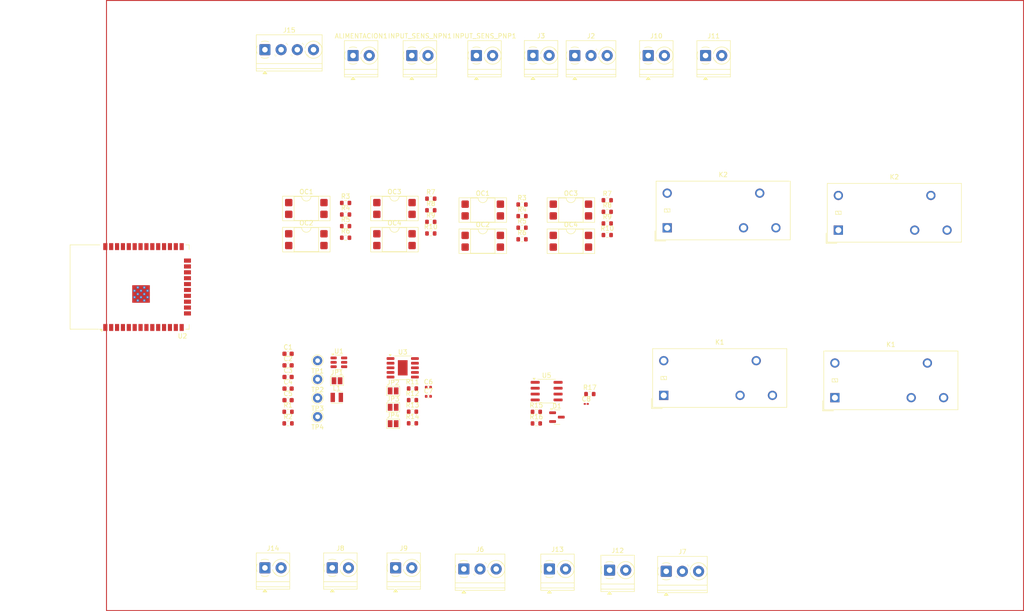
<source format=kicad_pcb>
(kicad_pcb (version 20241229) (generator "pcbnew") (generator_version "9.0")
  (layers (0 "F.Cu" signal) (2 "B.Cu" signal) (13 "F.Paste" user) (15 "B.Paste" user) (5 "F.SilkS" user "F.Silkscreen") (7 "B.SilkS" user "B.Silkscreen") (1 "F.Mask" user) (3 "B.Mask" user) (25 "Edge.Cuts" user))
  (net 0 "")
  (net 1 "/RUN")
  (net 2 "/BOARD/COS")
  (net 3 "/BOARD/STOP")
  (net 4 "GND")
  (net 5 "/RELAY1 NA")
  (net 6 "/RELAY1 NC")
  (net 7 "/RELAY1 COS")
  (net 8 "/RS-485 A")
  (net 9 "/RS-485 B")
  (net 10 "/RELAY2 NA")
  (net 11 "/RELAY2 COS")
  (net 12 "/RELAY2 NC")
  (net 13 "VCC")
  (net 14 "/BOARD/E-NPN 0")
  (net 15 "/BOARD/E-NPN 1")
  (net 16 "/BOARD/E-PNP 1")
  (net 17 "/BOARD/E-PNP 0")
  (net 18 "/BOARD/E-0-32V")
  (net 19 "/S-4-20mA analog")
  (net 20 "/BOARD/S-NPN 1")
  (net 21 "/BOARD/S-NPN 0")
  (net 22 "/BOARD/S-PNP 0")
  (net 23 "/BOARD/S-PNP 1")
  (net 24 "/BOARD/E-0-10V")
  (net 25 "/E-4-20mA analog")
  (net 26 "/BOARD/S-0-10V")
  (net 27 "/BOARD/S-0-32V")
  (net 28 "Net-(JP3-B)")
  (net 29 "Net-(U3-V5V)")
  (net 30 "Net-(JP2-B)")
  (net 31 "Net-(U3-SET)")
  (net 32 "+3.3V")
  (net 33 "Net-(OC4-Pad1)")
  (net 34 "Net-(OC3-Pad1)")
  (net 35 "Net-(U1-FB)")
  (net 36 "Net-(JP1-B)")
  (net 37 "Net-(OC2-Pad1)")
  (net 38 "Net-(OC1-Pad1)")
  (net 39 "Net-(JP4-B)")
  (net 40 "/BOARD/RS485/RS-485 A")
  (net 41 "/BOARD/RS485/RS-485 B")
  (net 42 "/BOARD/RELAY/RELAY2 NA")
  (net 43 "/BOARD/RELAY/ACT_RELAY2")
  (net 44 "/BOARD/RELAY/RELAY2 NC")
  (net 45 "/BOARD/RELAY/RELAY2 COS")
  (net 46 "/BOARD/RELAY/RELAY1 NC")
  (net 47 "/BOARD/RELAY/RELAY1 NA")
  (net 48 "/BOARD/RELAY/ACT_RELAY1")
  (net 49 "/BOARD/RELAY/RELAY1 COS")
  (net 72 "+5V")
  (net 85 "Net-(U1-BST)")
  (net 86 "Net-(U1-SW)")
  (net 90 "/BOARD/RS485/UART_TX")
  (net 91 "/BOARD/RS485/UART_RX")
  (net 92 "/BOARD/RS485/~{TX}{slash}RX")
  (footprint "TerminalBlock_Phoenix:TerminalBlock_Phoenix_PT-1,5-2-3.5-H_1x02_P3.50mm_Horizontal" (layer "F.Cu") (at 193.75 204.5)
    (property "Reference" "J13" (at 1.75 -4.22 0) (layer "F.SilkS"))
    (property "Value" "salida 0-32")
    (pad "1" thru_hole roundrect (at 0 0) (size 2.4 2.4) (drill 1.2) (layers "*.Cu" "*.Mask") (roundrect_rratio 0.104167) (net 27 "/BOARD/S-0-32V"))
    (pad "2" thru_hole circle (at 3.5 0) (size 2.4 2.4) (drill 1.2) (layers "*.Cu" "*.Mask") (net 4 "GND"))
  )
  (footprint "Package_DIP:DIP-4_W7.62mm_SMDSocket_SmallPads" (layer "F.Cu") (at 141.2 126.5)
    (property "Reference" "OC1" (at 0 -3.6 0) (layer "F.SilkS"))
    (property "Value" "PC817")
    (pad "1" smd roundrect (at -3.81 -1.27) (size 1.6 1.6) (layers "F.Cu" "F.Mask" "F.Paste") (roundrect_rratio 0.15625) (net 38 "Net-(OC1-Pad1)"))
    (pad "2" smd roundrect (at -3.81 1.27) (size 1.6 1.6) (layers "F.Cu" "F.Mask" "F.Paste") (roundrect_rratio 0.15625) (net 4 "GND"))
    (pad "3" smd roundrect (at 3.81 1.27) (size 1.6 1.6) (layers "F.Cu" "F.Mask" "F.Paste") (roundrect_rratio 0.15625) (net 4 "GND"))
    (pad "4" smd roundrect (at 3.81 -1.27) (size 1.6 1.6) (layers "F.Cu" "F.Mask" "F.Paste") (roundrect_rratio 0.15625) (net 21 "/BOARD/S-NPN 0"))
  )
  (footprint "Resistor_SMD:R_0603_1608Metric" (layer "F.Cu") (at 206.25 127.23)
    (property "Reference" "R8" (at 0 -1.43 0) (layer "F.SilkS"))
    (property "Value" "1K")
    (pad "1" smd roundrect (at -0.825 0) (size 0.8 0.95) (layers "F.Cu" "F.Mask" "F.Paste") (net 16 "/BOARD/E-PNP 1"))
    (pad "2" smd roundrect (at 0.825 0) (size 0.8 0.95) (layers "F.Cu" "F.Mask" "F.Paste") (net 33 "Net-(OC4-Pad1)"))
  )
  (footprint "Capacitor_SMD:C_0603_1608Metric" (layer "F.Cu") (at 137.2525 167.98)
    (property "Reference" "C5" (at 0 -1.43 0) (layer "F.SilkS"))
    (property "Value" "22uF")
    (pad "1" smd roundrect (at -0.775 0) (size 0.9 0.95) (layers "F.Cu" "F.Mask" "F.Paste") (net 4 "GND"))
    (pad "2" smd roundrect (at 0.775 0) (size 0.9 0.95) (layers "F.Cu" "F.Mask" "F.Paste") (net 36 "Net-(JP1-B)"))
  )
  (footprint "Resistor_SMD:R_0603_1608Metric" (layer "F.Cu") (at 164.1475 167.96)
    (property "Reference" "R12" (at 0 -1.43 0) (layer "F.SilkS"))
    (property "Value" "10k")
    (pad "1" smd roundrect (at -0.825 0) (size 0.8 0.95) (layers "F.Cu" "F.Mask" "F.Paste") (net 29 "Net-(U3-V5V)"))
    (pad "2" smd roundrect (at 0.825 0) (size 0.8 0.95) (layers "F.Cu" "F.Mask" "F.Paste") (net 28 "Net-(JP3-B)"))
  )
  (footprint "Resistor_SMD:R_0603_1608Metric" (layer "F.Cu") (at 164.1475 170.47)
    (property "Reference" "R13" (at 0 -1.43 0) (layer "F.SilkS"))
    (property "Value" "10k")
    (pad "1" smd roundrect (at -0.825 0) (size 0.8 0.95) (layers "F.Cu" "F.Mask" "F.Paste") (net 29 "Net-(U3-V5V)"))
    (pad "2" smd roundrect (at 0.825 0) (size 0.8 0.95) (layers "F.Cu" "F.Mask" "F.Paste") (net 39 "Net-(JP4-B)"))
  )
  (footprint "Resistor_SMD:R_0603_1608Metric" (layer "F.Cu") (at 164.1475 165.45)
    (property "Reference" "R11" (at 0 -1.43 0) (layer "F.SilkS"))
    (property "Value" "10k")
    (pad "1" smd roundrect (at -0.825 0) (size 0.8 0.95) (layers "F.Cu" "F.Mask" "F.Paste") (net 29 "Net-(U3-V5V)"))
    (pad "2" smd roundrect (at 0.825 0) (size 0.8 0.95) (layers "F.Cu" "F.Mask" "F.Paste") (net 30 "Net-(JP2-B)"))
  )
  (footprint "Resistor_SMD:R_0603_1608Metric" (layer "F.Cu") (at 187.83 125.645)
    (property "Reference" "R3" (at 0 -1.43 0) (layer "F.SilkS"))
    (property "Value" "1K")
    (pad "1" smd roundrect (at -0.825 0) (size 0.8 0.95) (layers "F.Cu" "F.Mask" "F.Paste") (net 14 "/BOARD/E-NPN 0"))
    (pad "2" smd roundrect (at 0.825 0) (size 0.8 0.95) (layers "F.Cu" "F.Mask" "F.Paste") (net 38 "Net-(OC1-Pad1)"))
  )
  (footprint "Resistor_SMD:R_0603_1608Metric" (layer "F.Cu") (at 149.69 130.325)
    (property "Reference" "R5" (at 0 -1.43 0) (layer "F.SilkS"))
    (property "Value" "550")
    (pad "1" smd roundrect (at -0.825 0) (size 0.8 0.95) (layers "F.Cu" "F.Mask" "F.Paste") (net 21 "/BOARD/S-NPN 0"))
    (pad "2" smd roundrect (at 0.825 0) (size 0.8 0.95) (layers "F.Cu" "F.Mask" "F.Paste") (net 32 "+3.3V"))
  )
  (footprint "Capacitor_SMD:C_0201_0603Metric" (layer "F.Cu") (at 201.7125 168.785)
    (property "Reference" "C8" (at 0 -1.05 0) (layer "F.SilkS"))
    (property "Value" "100nF")
    (pad "1" smd roundrect (at -0.32 0) (size 0.46 0.4) (layers "F.Cu" "F.Mask") (net 4 "GND"))
    (pad "2" smd roundrect (at 0.32 0) (size 0.46 0.4) (layers "F.Cu" "F.Mask") (net 32 "+3.3V"))
  )
  (footprint "Resistor_SMD:R_0603_1608Metric" (layer "F.Cu") (at 137.2525 173)
    (property "Reference" "R2" (at 0 -1.43 0) (layer "F.SilkS"))
    (property "Value" "22k")
    (pad "1" smd roundrect (at -0.825 0) (size 0.8 0.95) (layers "F.Cu" "F.Mask" "F.Paste") (net 4 "GND"))
    (pad "2" smd roundrect (at 0.825 0) (size 0.8 0.95) (layers "F.Cu" "F.Mask" "F.Paste") (net 35 "Net-(U1-FB)"))
  )
  (footprint "Jumper:SolderJumper-2_P1.3mm_Open_Pad1.0x1.5mm" (layer "F.Cu") (at 147.8375 163.785)
    (property "Reference" "JP1" (at 0 -1.8 0) (layer "F.SilkS"))
    (property "Value" "SolderJumper_2_Open")
    (pad "1" smd rect (at -0.65 0) (size 1 1.5) (layers "F.Cu" "F.Mask") (net 32 "+3.3V"))
    (pad "2" smd rect (at 0.65 0) (size 1 1.5) (layers "F.Cu" "F.Mask") (net 36 "Net-(JP1-B)"))
  )
  (footprint "Capacitor_SMD:C_0603_1608Metric" (layer "F.Cu") (at 137.2525 165.47)
    (property "Reference" "C4" (at 0 -1.43 0) (layer "F.SilkS"))
    (property "Value" "22uF")
    (pad "1" smd roundrect (at -0.775 0) (size 0.9 0.95) (layers "F.Cu" "F.Mask" "F.Paste") (net 4 "GND"))
    (pad "2" smd roundrect (at 0.775 0) (size 0.9 0.95) (layers "F.Cu" "F.Mask" "F.Paste") (net 36 "Net-(JP1-B)"))
  )
  (footprint "Resistor_SMD:R_0603_1608Metric" (layer "F.Cu") (at 206.25 129.74)
    (property "Reference" "R9" (at 0 -1.43 0) (layer "F.SilkS"))
    (property "Value" "550")
    (pad "1" smd roundrect (at -0.825 0) (size 0.8 0.95) (layers "F.Cu" "F.Mask" "F.Paste") (net 22 "/BOARD/S-PNP 0"))
    (pad "2" smd roundrect (at 0.825 0) (size 0.8 0.95) (layers "F.Cu" "F.Mask" "F.Paste") (net 32 "+3.3V"))
  )
  (footprint "TerminalBlock_Phoenix:TerminalBlock_Phoenix_PT-1,5-3-3.5-H_1x03_P3.50mm_Horizontal" (layer "F.Cu") (at 219 205)
    (property "Reference" "J7" (at 3.5 -4.22 0) (layer "F.SilkS"))
    (property "Value" "relay1 out")
    (pad "1" thru_hole roundrect (at 0 0) (size 2.4 2.4) (drill 1.2) (layers "*.Cu" "*.Mask") (roundrect_rratio 0.104167) (net 6 "/RELAY1 NC"))
    (pad "2" thru_hole circle (at 3.5 0) (size 2.4 2.4) (drill 1.2) (layers "*.Cu" "*.Mask") (net 7 "/RELAY1 COS"))
    (pad "3" thru_hole circle (at 7 0) (size 2.4 2.4) (drill 1.2) (layers "*.Cu" "*.Mask") (net 5 "/RELAY1 NA"))
  )
  (footprint "Resistor_SMD:R_0603_1608Metric" (layer "F.Cu") (at 190.925 173.01)
    (property "Reference" "R16" (at 0 -1.43 0) (layer "F.SilkS"))
    (property "Value" "10K")
    (pad "1" smd roundrect (at -0.825 0) (size 0.8 0.95) (layers "F.Cu" "F.Mask" "F.Paste") (net 41 "/BOARD/RS485/RS-485 B"))
    (pad "2" smd roundrect (at 0.825 0) (size 0.8 0.95) (layers "F.Cu" "F.Mask" "F.Paste") (net 40 "/BOARD/RS485/RS-485 A"))
  )
  (footprint "Resistor_SMD:R_0603_1608Metric" (layer "F.Cu") (at 187.83 128.155)
    (property "Reference" "R4" (at 0 -1.43 0) (layer "F.SilkS"))
    (property "Value" "1K")
    (pad "1" smd roundrect (at -0.825 0) (size 0.8 0.95) (layers "F.Cu" "F.Mask" "F.Paste") (net 15 "/BOARD/E-NPN 1"))
    (pad "2" smd roundrect (at 0.825 0) (size 0.8 0.95) (layers "F.Cu" "F.Mask" "F.Paste") (net 37 "Net-(OC2-Pad1)"))
  )
  (footprint "Relay_THT:Relay_SPDT_Omron_G2RL-1" (layer "F.Cu") (at 256.2125 131.1875 90)
    (property "Reference" "K2" (at 11.5 12.1 0) (layer "F.SilkS"))
    (property "Value" "G2RL-1")
    (pad "11" thru_hole circle (at 7.5 20 90) (size 2 2) (drill 1.3) (layers "*.Cu" "*.Mask") (net 45 "/BOARD/RELAY/RELAY2 COS"))
    (pad "12" thru_hole circle (at 0 16.5 90) (size 2 2) (drill 1.3) (layers "*.Cu" "*.Mask") (net 44 "/BOARD/RELAY/RELAY2 NC"))
    (pad "14" thru_hole circle (at 0 23.5 90) (size 2 2) (drill 1.3) (layers "*.Cu" "*.Mask") (net 42 "/BOARD/RELAY/RELAY2 NA"))
    (pad "A1" thru_hole rect (at 0 0 90) (size 2 2) (drill 1.3) (layers "*.Cu" "*.Mask") (net 13 "VCC"))
    (pad "A2" thru_hole circle (at 7.5 0 90) (size 2 2) (drill 1.3) (layers "*.Cu" "*.Mask") (net 43 "/BOARD/RELAY/ACT_RELAY2"))
  )
  (footprint "Connector_Pin:Pin_D1.0mm_L10.0mm" (layer "F.Cu") (at 143.6375 167.515)
    (property "Reference" "TP3" (at 0 2.25 0) (layer "F.SilkS"))
    (property "Value" "TestPoint")
    (pad "1" thru_hole circle (at 0 0) (size 2 2) (drill 1) (layers "*.Cu" "*.Mask") (net 13 "VCC"))
  )
  (footprint "TerminalBlock_Phoenix:TerminalBlock_Phoenix_PT-1,5-2-3.5-H_1x02_P3.50mm_Horizontal" (layer "F.Cu") (at 160.5 204.25)
    (property "Reference" "J9" (at 1.75 -4.22 0) (layer "F.SilkS"))
    (property "Value" "Salida pnp")
    (pad "1" thru_hole roundrect (at 0 0) (size 2.4 2.4) (drill 1.2) (layers "*.Cu" "*.Mask") (roundrect_rratio 0.104167) (net 22 "/BOARD/S-PNP 0"))
    (pad "2" thru_hole circle (at 3.5 0) (size 2.4 2.4) (drill 1.2) (layers "*.Cu" "*.Mask") (net 23 "/BOARD/S-PNP 1"))
  )
  (footprint "TerminalBlock_Phoenix:TerminalBlock_Phoenix_PT-1,5-2-3.5-H_1x02_P3.50mm_Horizontal" (layer "F.Cu") (at 227.5 93.4175)
    (property "Reference" "J11" (at 1.75 -4.22 0) (layer "F.SilkS"))
    (property "Value" "4-20mA")
    (pad "1" thru_hole roundrect (at 0 0) (size 2.4 2.4) (drill 1.2) (layers "*.Cu" "*.Mask") (roundrect_rratio 0.104167) (net 25 "/E-4-20mA analog"))
    (pad "2" thru_hole circle (at 3.5 0) (size 2.4 2.4) (drill 1.2) (layers "*.Cu" "*.Mask") (net 4 "GND"))
  )
  (footprint "Package_TO_SOT_SMD:TSOT-23-6" (layer "F.Cu") (at 148.2375 159.79)
    (property "Reference" "U1" (at 0 -2.4 0) (layer "F.SilkS"))
    (property "Value" "AP63203WU")
    (pad "1" smd roundrect (at -1.1375 -0.95) (size 1.325 0.6) (layers "F.Cu" "F.Mask" "F.Paste") (net 35 "Net-(U1-FB)"))
    (pad "2" smd roundrect (at -1.1375 0) (size 1.325 0.6) (layers "F.Cu" "F.Mask" "F.Paste") (net 13 "VCC"))
    (pad "3" smd roundrect (at -1.1375 0.95) (size 1.325 0.6) (layers "F.Cu" "F.Mask" "F.Paste") (net 13 "VCC"))
    (pad "4" smd roundrect (at 1.1375 0.95) (size 1.325 0.6) (layers "F.Cu" "F.Mask" "F.Paste") (net 4 "GND"))
    (pad "5" smd roundrect (at 1.1375 0) (size 1.325 0.6) (layers "F.Cu" "F.Mask" "F.Paste") (net 86 "Net-(U1-SW)"))
    (pad "6" smd roundrect (at 1.1375 -0.95) (size 1.325 0.6) (layers "F.Cu" "F.Mask" "F.Paste") (net 85 "Net-(U1-BST)"))
  )
  (footprint "Resistor_SMD:R_0603_1608Metric" (layer "F.Cu") (at 168.11 126.89)
    (property "Reference" "R8" (at 0 -1.43 0) (layer "F.SilkS"))
    (property "Value" "1K")
    (pad "1" smd roundrect (at -0.825 0) (size 0.8 0.95) (layers "F.Cu" "F.Mask" "F.Paste") (net 16 "/BOARD/E-PNP 1"))
    (pad "2" smd roundrect (at 0.825 0) (size 0.8 0.95) (layers "F.Cu" "F.Mask" "F.Paste") (net 33 "Net-(OC4-Pad1)"))
  )
  (footprint "Package_DIP:DIP-4_W7.62mm_SMDSocket_SmallPads" (layer "F.Cu") (at 198.39 126.84)
    (property "Reference" "OC3" (at 0 -3.6 0) (layer "F.SilkS"))
    (property "Value" "PC817")
    (pad "1" smd roundrect (at -3.81 -1.27) (size 1.6 1.6) (layers "F.Cu" "F.Mask" "F.Paste") (roundrect_rratio 0.15625) (net 34 "Net-(OC3-Pad1)"))
    (pad "2" smd roundrect (at -3.81 1.27) (size 1.6 1.6) (layers "F.Cu" "F.Mask" "F.Paste") (roundrect_rratio 0.15625) (net 4 "GND"))
    (pad "3" smd roundrect (at 3.81 1.27) (size 1.6 1.6) (layers "F.Cu" "F.Mask" "F.Paste") (roundrect_rratio 0.15625) (net 4 "GND"))
    (pad "4" smd roundrect (at 3.81 -1.27) (size 1.6 1.6) (layers "F.Cu" "F.Mask" "F.Paste") (roundrect_rratio 0.15625) (net 22 "/BOARD/S-PNP 0"))
  )
  (footprint "Resistor_SMD:R_0603_1608Metric" (layer "F.Cu") (at 149.69 132.835)
    (property "Reference" "R6" (at 0 -1.43 0) (layer "F.SilkS"))
    (property "Value" "550")
    (pad "1" smd roundrect (at -0.825 0) (size 0.8 0.95) (layers "F.Cu" "F.Mask" "F.Paste") (net 20 "/BOARD/S-NPN 1"))
    (pad "2" smd roundrect (at 0.825 0) (size 0.8 0.95) (layers "F.Cu" "F.Mask" "F.Paste") (net 32 "+3.3V"))
  )
  (footprint "TerminalBlock_Phoenix:TerminalBlock_Phoenix_PT-1,5-2-3.5-H_1x02_P3.50mm_Horizontal" (layer "F.Cu") (at 132.25 204.25)
    (property "Reference" "J14" (at 1.75 -4.22 0) (layer "F.SilkS"))
    (property "Value" "salida 4-20mA")
    (pad "1" thru_hole roundrect (at 0 0) (size 2.4 2.4) (drill 1.2) (layers "*.Cu" "*.Mask") (roundrect_rratio 0.104167) (net 19 "/S-4-20mA analog"))
    (pad "2" thru_hole circle (at 3.5 0) (size 2.4 2.4) (drill 1.2) (layers "*.Cu" "*.Mask") (net 4 "GND"))
  )
  (footprint "Package_SO:SOIC-8_3.9x4.9mm_P1.27mm" (layer "F.Cu") (at 193.145 166.02)
    (property "Reference" "U5" (at 0 -3.4 0) (layer "F.SilkS"))
    (property "Value" "SP3485EN")
    (pad "1" smd roundrect (at -2.475 -1.905) (size 1.95 0.6) (layers "F.Cu" "F.Mask" "F.Paste") (net 91 "/BOARD/RS485/UART_RX"))
    (pad "2" smd roundrect (at -2.475 -0.635) (size 1.95 0.6) (layers "F.Cu" "F.Mask" "F.Paste") (net 92 "/BOARD/RS485/~{TX}{slash}RX"))
    (pad "3" smd roundrect (at -2.475 0.635) (size 1.95 0.6) (layers "F.Cu" "F.Mask" "F.Paste") (net 92 "/BOARD/RS485/~{TX}{slash}RX"))
    (pad "4" smd roundrect (at -2.475 1.905) (size 1.95 0.6) (layers "F.Cu" "F.Mask" "F.Paste") (net 90 "/BOARD/RS485/UART_TX"))
    (pad "5" smd roundrect (at 2.475 1.905) (size 1.95 0.6) (layers "F.Cu" "F.Mask" "F.Paste") (net 4 "GND"))
    (pad "6" smd roundrect (at 2.475 0.635) (size 1.95 0.6) (layers "F.Cu" "F.Mask" "F.Paste") (net 40 "/BOARD/RS485/RS-485 A"))
    (pad "7" smd roundrect (at 2.475 -0.635) (size 1.95 0.6) (layers "F.Cu" "F.Mask" "F.Paste") (net 41 "/BOARD/RS485/RS-485 B"))
    (pad "8" smd roundrect (at 2.475 -1.905) (size 1.95 0.6) (layers "F.Cu" "F.Mask" "F.Paste") (net 32 "+3.3V"))
  )
  (footprint "TerminalBlock_Phoenix:TerminalBlock_Phoenix_PT-1,5-2-3.5-H_1x02_P3.50mm_Horizontal" (layer "F.Cu") (at 215.11 93.4175)
    (property "Reference" "J10" (at 1.75 -4.22 0) (layer "F.SilkS"))
    (property "Value" "ENTRADA 0-32")
    (pad "1" thru_hole roundrect (at 0 0) (size 2.4 2.4) (drill 1.2) (layers "*.Cu" "*.Mask") (roundrect_rratio 0.104167) (net 24 "/BOARD/E-0-10V"))
    (pad "2" thru_hole circle (at 3.5 0) (size 2.4 2.4) (drill 1.2) (layers "*.Cu" "*.Mask") (net 4 "GND"))
  )
  (footprint "Package_DIP:DIP-4_W7.62mm_SMDSocket_SmallPads" (layer "F.Cu") (at 160.25 126.5)
    (property "Reference" "OC3" (at 0 -3.6 0) (layer "F.SilkS"))
    (property "Value" "PC817")
    (pad "1" smd roundrect (at -3.81 -1.27) (size 1.6 1.6) (layers "F.Cu" "F.Mask" "F.Paste") (roundrect_rratio 0.15625) (net 34 "Net-(OC3-Pad1)"))
    (pad "2" smd roundrect (at -3.81 1.27) (size 1.6 1.6) (layers "F.Cu" "F.Mask" "F.Paste") (roundrect_rratio 0.15625) (net 4 "GND"))
    (pad "3" smd roundrect (at 3.81 1.27) (size 1.6 1.6) (layers "F.Cu" "F.Mask" "F.Paste") (roundrect_rratio 0.15625) (net 4 "GND"))
    (pad "4" smd roundrect (at 3.81 -1.27) (size 1.6 1.6) (layers "F.Cu" "F.Mask" "F.Paste") (roundrect_rratio 0.15625) (net 22 "/BOARD/S-PNP 0"))
  )
  (footprint "TerminalBlock_Phoenix:TerminalBlock_Phoenix_PT-1,5-2-3.5-H_1x02_P3.50mm_Horizontal" (layer "F.Cu") (at 177.97 93.4175)
    (property "Reference" "INPUT_SENS_PNP1" (at 1.75 -4.22 0) (layer "F.SilkS"))
    (property "Value" "~")
    (pad "1" thru_hole roundrect (at 0 0) (size 2.4 2.4) (drill 1.2) (layers "*.Cu" "*.Mask") (roundrect_rratio 0.104167) (net 17 "/BOARD/E-PNP 0"))
    (pad "2" thru_hole circle (at 3.5 0) (size 2.4 2.4) (drill 1.2) (layers "*.Cu" "*.Mask") (net 16 "/BOARD/E-PNP 1"))
  )
  (footprint "Package_DIP:DIP-4_W7.62mm_SMDSocket_SmallPads" (layer "F.Cu") (at 198.39 133.59)
    (property "Reference" "OC4" (at 0 -3.6 0) (layer "F.SilkS"))
    (property "Value" "PC817")
    (pad "1" smd roundrect (at -3.81 -1.27) (size 1.6 1.6) (layers "F.Cu" "F.Mask" "F.Paste") (roundrect_rratio 0.15625) (net 33 "Net-(OC4-Pad1)"))
    (pad "2" smd roundrect (at -3.81 1.27) (size 1.6 1.6) (layers "F.Cu" "F.Mask" "F.Paste") (roundrect_rratio 0.15625) (net 4 "GND"))
    (pad "3" smd roundrect (at 3.81 1.27) (size 1.6 1.6) (layers "F.Cu" "F.Mask" "F.Paste") (roundrect_rratio 0.15625) (net 4 "GND"))
    (pad "4" smd roundrect (at 3.81 -1.27) (size 1.6 1.6) (layers "F.Cu" "F.Mask" "F.Paste") (roundrect_rratio 0.15625) (net 23 "/BOARD/S-PNP 1"))
  )
  (footprint "Resistor_SMD:R_0603_1608Metric" (layer "F.Cu") (at 206.25 124.72)
    (property "Reference" "R7" (at 0 -1.43 0) (layer "F.SilkS"))
    (property "Value" "1K")
    (pad "1" smd roundrect (at -0.825 0) (size 0.8 0.95) (layers "F.Cu" "F.Mask" "F.Paste") (net 17 "/BOARD/E-PNP 0"))
    (pad "2" smd roundrect (at 0.825 0) (size 0.8 0.95) (layers "F.Cu" "F.Mask" "F.Paste") (net 34 "Net-(OC3-Pad1)"))
  )
  (footprint "Resistor_SMD:R_0603_1608Metric" (layer "F.Cu") (at 149.69 125.305)
    (property "Reference" "R3" (at 0 -1.43 0) (layer "F.SilkS"))
    (property "Value" "1K")
    (pad "1" smd roundrect (at -0.825 0) (size 0.8 0.95) (layers "F.Cu" "F.Mask" "F.Paste") (net 14 "/BOARD/E-NPN 0"))
    (pad "2" smd roundrect (at 0.825 0) (size 0.8 0.95) (layers "F.Cu" "F.Mask" "F.Paste") (net 38 "Net-(OC1-Pad1)"))
  )
  (footprint "Jumper:SolderJumper-2_P1.3mm_Open_Pad1.0x1.5mm" (layer "F.Cu") (at 159.9675 169.52)
    (property "Reference" "JP3" (at 0 -1.8 0) (layer "F.SilkS"))
    (property "Value" "SolderJumper_2_Open")
    (pad "1" smd rect (at -0.65 0) (size 1 1.5) (layers "F.Cu" "F.Mask") (net 4 "GND"))
    (pad "2" smd rect (at 0.65 0) (size 1 1.5) (layers "F.Cu" "F.Mask") (net 28 "Net-(JP3-B)"))
  )
  (footprint "Package_DIP:DIP-4_W7.62mm_SMDSocket_SmallPads" (layer "F.Cu") (at 141.2 133.25)
    (property "Reference" "OC2" (at 0 -3.6 0) (layer "F.SilkS"))
    (property "Value" "PC817")
    (pad "1" smd roundrect (at -3.81 -1.27) (size 1.6 1.6) (layers "F.Cu" "F.Mask" "F.Paste") (roundrect_rratio 0.15625) (net 37 "Net-(OC2-Pad1)"))
    (pad "2" smd roundrect (at -3.81 1.27) (size 1.6 1.6) (layers "F.Cu" "F.Mask" "F.Paste") (roundrect_rratio 0.15625) (net 4 "GND"))
    (pad "3" smd roundrect (at 3.81 1.27) (size 1.6 1.6) (layers "F.Cu" "F.Mask" "F.Paste") (roundrect_rratio 0.15625) (net 4 "GND"))
    (pad "4" smd roundrect (at 3.81 -1.27) (size 1.6 1.6) (layers "F.Cu" "F.Mask" "F.Paste") (roundrect_rratio 0.15625) (net 20 "/BOARD/S-NPN 1"))
  )
  (footprint "TerminalBlock_Phoenix:TerminalBlock_Phoenix_PT-1,5-2-3.5-H_1x02_P3.50mm_Horizontal" (layer "F.Cu") (at 190.19 93.3925)
    (property "Reference" "J3" (at 1.75 -4.22 0) (layer "F.SilkS"))
    (property "Value" "ENTRADA 0-32")
    (pad "1" thru_hole roundrect (at 0 0) (size 2.4 2.4) (drill 1.2) (layers "*.Cu" "*.Mask") (roundrect_rratio 0.104167) (net 18 "/BOARD/E-0-32V"))
    (pad "2" thru_hole circle (at 3.5 0) (size 2.4 2.4) (drill 1.2) (layers "*.Cu" "*.Mask") (net 4 "GND"))
  )
  (footprint "TerminalBlock_Phoenix:TerminalBlock_Phoenix_PT-1,5-3-3.5-H_1x03_P3.50mm_Horizontal" (layer "F.Cu") (at 199.24 93.4175)
    (property "Reference" "J2" (at 3.5 -4.22 0) (layer "F.SilkS"))
    (property "Value" "RS485")
    (pad "1" thru_hole roundrect (at 0 0) (size 2.4 2.4) (drill 1.2) (layers "*.Cu" "*.Mask") (roundrect_rratio 0.104167) (net 8 "/RS-485 A"))
    (pad "2" thru_hole circle (at 3.5 0) (size 2.4 2.4) (drill 1.2) (layers "*.Cu" "*.Mask") (net 9 "/RS-485 B"))
    (pad "3" thru_hole circle (at 7 0) (size 2.4 2.4) (drill 1.2) (layers "*.Cu" "*.Mask") (net 4 "GND"))
  )
  (footprint "TerminalBlock_Phoenix:TerminalBlock_Phoenix_PT-1,5-3-3.5-H_1x03_P3.50mm_Horizontal" (layer "F.Cu") (at 175.25 204.5)
    (property "Reference" "J6" (at 3.5 -4.22 0) (layer "F.SilkS"))
    (property "Value" "relay1 out")
    (pad "1" thru_hole roundrect (at 0 0) (size 2.4 2.4) (drill 1.2) (layers "*.Cu" "*.Mask") (roundrect_rratio 0.104167) (net 10 "/RELAY2 NA"))
    (pad "2" thru_hole circle (at 3.5 0) (size 2.4 2.4) (drill 1.2) (layers "*.Cu" "*.Mask") (net 11 "/RELAY2 COS"))
    (pad "3" thru_hole circle (at 7 0) (size 2.4 2.4) (drill 1.2) (layers "*.Cu" "*.Mask") (net 12 "/RELAY2 NC"))
  )
  (footprint "Resistor_SMD:R_0603_1608Metric" (layer "F.Cu") (at 164.1475 172.98)
    (property "Reference" "R14" (at 0 -1.43 0) (layer "F.SilkS"))
    (property "Value" "2.5k")
    (pad "1" smd roundrect (at -0.825 0) (size 0.8 0.95) (layers "F.Cu" "F.Mask" "F.Paste") (net 31 "Net-(U3-SET)"))
    (pad "2" smd roundrect (at 0.825 0) (size 0.8 0.95) (layers "F.Cu" "F.Mask" "F.Paste") (net 4 "GND"))
  )
  (footprint "Relay_THT:Relay_SPDT_Omron_G2RL-1" (layer "F.Cu") (at 218.4625 166.9375 90)
    (property "Reference" "K1" (at 11.5 12.1 0) (layer "F.SilkS"))
    (property "Value" "G2RL-1")
    (pad "11" thru_hole circle (at 7.5 20 90) (size 2 2) (drill 1.3) (layers "*.Cu" "*.Mask") (net 49 "/BOARD/RELAY/RELAY1 COS"))
    (pad "12" thru_hole circle (at 0 16.5 90) (size 2 2) (drill 1.3) (layers "*.Cu" "*.Mask") (net 46 "/BOARD/RELAY/RELAY1 NC"))
    (pad "14" thru_hole circle (at 0 23.5 90) (size 2 2) (drill 1.3) (layers "*.Cu" "*.Mask") (net 47 "/BOARD/RELAY/RELAY1 NA"))
    (pad "A1" thru_hole rect (at 0 0 90) (size 2 2) (drill 1.3) (layers "*.Cu" "*.Mask") (net 13 "VCC"))
    (pad "A2" thru_hole circle (at 7.5 0 90) (size 2 2) (drill 1.3) (layers "*.Cu" "*.Mask") (net 48 "/BOARD/RELAY/ACT_RELAY1"))
  )
  (footprint "Resistor_SMD:R_0603_1608Metric" (layer "F.Cu") (at 168.11 131.91)
    (property "Reference" "R10" (at 0 -1.43 0) (layer "F.SilkS"))
    (property "Value" "550")
    (pad "1" smd roundrect (at -0.825 0) (size 0.8 0.95) (layers "F.Cu" "F.Mask" "F.Paste") (net 23 "/BOARD/S-PNP 1"))
    (pad "2" smd roundrect (at 0.825 0) (size 0.8 0.95) (layers "F.Cu" "F.Mask" "F.Paste") (net 32 "+3.3V"))
  )
  (footprint "Capacitor_SMD:C_0603_1608Metric" (layer "F.Cu") (at 137.2525 162.96)
    (property "Reference" "C3" (at 0 -1.43 0) (layer "F.SilkS"))
    (property "Value" "10pF")
    (pad "1" smd roundrect (at -0.775 0) (size 0.9 0.95) (layers "F.Cu" "F.Mask" "F.Paste") (net 35 "Net-(U1-FB)"))
    (pad "2" smd roundrect (at 0.775 0) (size 0.9 0.95) (layers "F.Cu" "F.Mask" "F.Paste") (net 36 "Net-(JP1-B)"))
  )
  (footprint "Jumper:SolderJumper-2_P1.3mm_Open_Pad1.0x1.5mm" (layer "F.Cu") (at 159.9675 173.07)
    (property "Reference" "JP4" (at 0 -1.8 0) (layer "F.SilkS"))
    (property "Value" "SolderJumper_2_Open")
    (pad "1" smd rect (at -0.65 0) (size 1 1.5) (layers "F.Cu" "F.Mask") (net 4 "GND"))
    (pad "2" smd rect (at 0.65 0) (size 1 1.5) (layers "F.Cu" "F.Mask") (net 39 "Net-(JP4-B)"))
  )
  (footprint "Resistor_SMD:R_0603_1608Metric" (layer "F.Cu") (at 168.11 129.4)
    (property "Reference" "R9" (at 0 -1.43 0) (layer "F.SilkS"))
    (property "Value" "550")
    (pad "1" smd roundrect (at -0.825 0) (size 0.8 0.95) (layers "F.Cu" "F.Mask" "F.Paste") (net 22 "/BOARD/S-PNP 0"))
    (pad "2" smd roundrect (at 0.825 0) (size 0.8 0.95) (layers "F.Cu" "F.Mask" "F.Paste") (net 32 "+3.3V"))
  )
  (footprint "Capacitor_SMD:C_0603_1608Metric" (layer "F.Cu") (at 137.2525 160.45)
    (property "Reference" "C2" (at 0 -1.43 0) (layer "F.SilkS"))
    (property "Value" "100nF")
    (pad "1" smd roundrect (at -0.775 0) (size 0.9 0.95) (layers "F.Cu" "F.Mask" "F.Paste") (net 85 "Net-(U1-BST)"))
    (pad "2" smd roundrect (at 0.775 0) (size 0.9 0.95) (layers "F.Cu" "F.Mask" "F.Paste") (net 86 "Net-(U1-SW)"))
  )
  (footprint "TerminalBlock_Phoenix:TerminalBlock_Phoenix_PT-1,5-2-3.5-H_1x02_P3.50mm_Horizontal" (layer "F.Cu") (at 151.3 93.4175)
    (property "Reference" "ALIMENTACION1" (at 1.75 -4.22 0) (layer "F.SilkS"))
    (property "Value" "5-24V")
    (pad "1" thru_hole roundrect (at 0 0) (size 2.4 2.4) (drill 1.2) (layers "*.Cu" "*.Mask") (roundrect_rratio 0.104167) (net 13 "VCC"))
    (pad "2" thru_hole circle (at 3.5 0) (size 2.4 2.4) (drill 1.2) (layers "*.Cu" "*.Mask") (net 4 "GND"))
  )
  (footprint "Connector_Pin:Pin_D1.0mm_L10.0mm" (layer "F.Cu") (at 143.6375 159.415)
    (property "Reference" "TP1" (at 0 2.25 0) (layer "F.SilkS"))
    (property "Value" "TestPoint")
    (pad "1" thru_hole circle (at 0 0) (size 2 2) (drill 1) (layers "*.Cu" "*.Mask") (net 35 "Net-(U1-FB)"))
  )
  (footprint "Resistor_SMD:R_0603_1608Metric" (layer "F.Cu") (at 187.83 130.665)
    (property "Reference" "R5" (at 0 -1.43 0) (layer "F.SilkS"))
    (property "Value" "550")
    (pad "1" smd roundrect (at -0.825 0) (size 0.8 0.95) (layers "F.Cu" "F.Mask" "F.Paste") (net 21 "/BOARD/S-NPN 0"))
    (pad "2" smd roundrect (at 0.825 0) (size 0.8 0.95) (layers "F.Cu" "F.Mask" "F.Paste") (net 32 "+3.3V"))
  )
  (footprint "TerminalBlock_Phoenix:TerminalBlock_Phoenix_PT-1,5-2-3.5-H_1x02_P3.50mm_Horizontal" (layer "F.Cu") (at 164 93.4175)
    (property "Reference" "INPUT_SENS_NPN1" (at 1.75 -4.22 0) (layer "F.SilkS"))
    (property "Value" "~")
    (pad "1" thru_hole roundrect (at 0 0) (size 2.4 2.4) (drill 1.2) (layers "*.Cu" "*.Mask") (roundrect_rratio 0.104167) (net 14 "/BOARD/E-NPN 0"))
    (pad "2" thru_hole circle (at 3.5 0) (size 2.4 2.4) (drill 1.2) (layers "*.Cu" "*.Mask") (net 15 "/BOARD/E-NPN 1"))
  )
  (footprint "Connector_Pin:Pin_D1.0mm_L10.0mm" (layer "F.Cu") (at 143.6375 163.465)
    (property "Reference" "TP2" (at 0 2.25 0) (layer "F.SilkS"))
    (property "Value" "TestPoint")
    (pad "1" thru_hole circle (at 0 0) (size 2 2) (drill 1) (layers "*.Cu" "*.Mask") (net 36 "Net-(JP1-B)"))
  )
  (footprint "Relay_THT:Relay_SPDT_Omron_G2RL-1" (layer "F.Cu") (at 255.4625 167.4375 90)
    (property "Reference" "K1" (at 11.5 12.1 0) (layer "F.SilkS"))
    (property "Value" "G2RL-1")
    (pad "11" thru_hole circle (at 7.5 20 90) (size 2 2) (drill 1.3) (layers "*.Cu" "*.Mask") (net 49 "/BOARD/RELAY/RELAY1 COS"))
    (pad "12" thru_hole circle (at 0 16.5 90) (size 2 2) (drill 1.3) (layers "*.Cu" "*.Mask") (net 46 "/BOARD/RELAY/RELAY1 NC"))
    (pad "14" thru_hole circle (at 0 23.5 90) (size 2 2) (drill 1.3) (layers "*.Cu" "*.Mask") (net 47 "/BOARD/RELAY/RELAY1 NA"))
    (pad "A1" thru_hole rect (at 0 0 90) (size 2 2) (drill 1.3) (layers "*.Cu" "*.Mask") (net 13 "VCC"))
    (pad "A2" thru_hole circle (at 7.5 0 90) (size 2 2) (drill 1.3) (layers "*.Cu" "*.Mask") (net 48 "/BOARD/RELAY/ACT_RELAY1"))
  )
  (footprint "Package_DIP:DIP-4_W7.62mm_SMDSocket_SmallPads" (layer "F.Cu") (at 179.34 133.59)
    (property "Reference" "OC2" (at 0 -3.6 0) (layer "F.SilkS"))
    (property "Value" "PC817")
    (pad "1" smd roundrect (at -3.81 -1.27) (size 1.6 1.6) (layers "F.Cu" "F.Mask" "F.Paste") (roundrect_rratio 0.15625) (net 37 "Net-(OC2-Pad1)"))
    (pad "2" smd roundrect (at -3.81 1.27) (size 1.6 1.6) (layers "F.Cu" "F.Mask" "F.Paste") (roundrect_rratio 0.15625) (net 4 "GND"))
    (pad "3" smd roundrect (at 3.81 1.27) (size 1.6 1.6) (layers "F.Cu" "F.Mask" "F.Paste") (roundrect_rratio 0.15625) (net 4 "GND"))
    (pad "4" smd roundrect (at 3.81 -1.27) (size 1.6 1.6) (layers "F.Cu" "F.Mask" "F.Paste") (roundrect_rratio 0.15625) (net 20 "/BOARD/S-NPN 1"))
  )
  (footprint "TerminalBlock_Phoenix:TerminalBlock_Phoenix_PT-1,5-2-3.5-H_1x02_P3.50mm_Horizontal" (layer "F.Cu") (at 206.75 204.75)
    (property "Reference" "J12" (at 1.75 -4.22 0) (layer "F.SilkS"))
    (property "Value" "salida 0-10")
    (pad "1" thru_hole roundrect (at 0 0) (size 2.4 2.4) (drill 1.2) (layers "*.Cu" "*.Mask") (roundrect_rratio 0.104167) (net 26 "/BOARD/S-0-10V"))
    (pad "2" thru_hole circle (at 3.5 0) (size 2.4 2.4) (drill 1.2) (layers "*.Cu" "*.Mask") (net 4 "GND"))
  )
  (footprint "Capacitor_SMD:C_0603_1608Metric" (layer "F.Cu") (at 137.2525 157.94)
    (property "Reference" "C1" (at 0 -1.43 0) (layer "F.SilkS"))
    (property "Value" "10uF")
    (pad "1" smd roundrect (at -0.775 0) (size 0.9 0.95) (layers "F.Cu" "F.Mask" "F.Paste") (net 13 "VCC"))
    (pad "2" smd roundrect (at 0.775 0) (size 0.9 0.95) (layers "F.Cu" "F.Mask" "F.Paste") (net 4 "GND"))
  )
  (footprint "Package_SO:SSOP-10-1EP_3.9x4.9mm_P1mm_EP2.1x3.3mm" (layer "F.Cu") (at 162.0375 160.975)
    (property "Reference" "U3" (at 0 -3.4 0) (layer "F.SilkS"))
    (property "Value" "~")
    (pad "1" smd roundrect (at -2.6375 -2) (size 1.675 0.6) (layers "F.Cu" "F.Mask" "F.Paste"))
    (pad "2" smd roundrect (at -2.6375 -1) (size 1.675 0.6) (layers "F.Cu" "F.Mask" "F.Paste"))
    (pad "3" smd roundrect (at -2.6375 0) (size 1.675 0.6) (layers "F.Cu" "F.Mask" "F.Paste") (net 39 "Net-(JP4-B)"))
    (pad "4" smd roundrect (at -2.6375 1) (size 1.675 0.6) (layers "F.Cu" "F.Mask" "F.Paste") (net 28 "Net-(JP3-B)"))
    (pad "5" smd roundrect (at -2.6375 2) (size 1.675 0.6) (layers "F.Cu" "F.Mask" "F.Paste") (net 13 "VCC"))
    (pad "6" smd roundrect (at 2.6375 2) (size 1.675 0.6) (layers "F.Cu" "F.Mask" "F.Paste") (net 4 "GND"))
    (pad "7" smd roundrect (at 2.6375 1) (size 1.675 0.6) (layers "F.Cu" "F.Mask" "F.Paste") (net 31 "Net-(U3-SET)"))
    (pad "8" smd roundrect (at 2.6375 0) (size 1.675 0.6) (layers "F.Cu" "F.Mask" "F.Paste"))
    (pad "9" smd roundrect (at 2.6375 -1) (size 1.675 0.6) (layers "F.Cu" "F.Mask" "F.Paste") (net 30 "Net-(JP2-B)"))
    (pad "10" smd roundrect (at 2.6375 -2) (size 1.675 0.6) (layers "F.Cu" "F.Mask" "F.Paste") (net 29 "Net-(U3-V5V)"))
    (pad "11" smd rect (at 0 0) (size 2.1 3.3) (property pad_prop_heatsink) (layers "F.Cu" "F.Mask"))
  )
  (footprint "Resistor_SMD:R_0603_1608Metric" (layer "F.Cu") (at 187.83 133.175)
    (property "Reference" "R6" (at 0 -1.43 0) (layer "F.SilkS"))
    (property "Value" "550")
    (pad "1" smd roundrect (at -0.825 0) (size 0.8 0.95) (layers "F.Cu" "F.Mask" "F.Paste") (net 20 "/BOARD/S-NPN 1"))
    (pad "2" smd roundrect (at 0.825 0) (size 0.8 0.95) (layers "F.Cu" "F.Mask" "F.Paste") (net 32 "+3.3V"))
  )
  (footprint "Resistor_SMD:R_0603_1608Metric" (layer "F.Cu") (at 202.4925 166.655)
    (property "Reference" "R17" (at 0 -1.43 0) (layer "F.SilkS"))
    (property "Value" "10K")
    (pad "1" smd roundrect (at -0.825 0) (size 0.8 0.95) (layers "F.Cu" "F.Mask" "F.Paste") (net 4 "GND"))
    (pad "2" smd roundrect (at 0.825 0) (size 0.8 0.95) (layers "F.Cu" "F.Mask" "F.Paste") (net 41 "/BOARD/RS485/RS-485 B"))
  )
  (footprint "Resistor_SMD:R_0603_1608Metric" (layer "F.Cu") (at 149.69 127.815)
    (property "Reference" "R4" (at 0 -1.43 0) (layer "F.SilkS"))
    (property "Value" "1K")
    (pad "1" smd roundrect (at -0.825 0) (size 0.8 0.95) (layers "F.Cu" "F.Mask" "F.Paste") (net 15 "/BOARD/E-NPN 1"))
    (pad "2" smd roundrect (at 0.825 0) (size 0.8 0.95) (layers "F.Cu" "F.Mask" "F.Paste") (net 37 "Net-(OC2-Pad1)"))
  )
  (footprint "TerminalBlock_Phoenix:TerminalBlock_Phoenix_PT-1,5-2-3.5-H_1x02_P3.50mm_Horizontal" (layer "F.Cu") (at 146.81 204.25)
    (property "Reference" "J8" (at 1.75 -4.22 0) (layer "F.SilkS"))
    (property "Value" "Salida npn")
    (pad "1" thru_hole roundrect (at 0 0) (size 2.4 2.4) (drill 1.2) (layers "*.Cu" "*.Mask") (roundrect_rratio 0.104167) (net 21 "/BOARD/S-NPN 0"))
    (pad "2" thru_hole circle (at 3.5 0) (size 2.4 2.4) (drill 1.2) (layers "*.Cu" "*.Mask") (net 20 "/BOARD/S-NPN 1"))
  )
  (footprint "Capacitor_SMD:C_0402_1005Metric" (layer "F.Cu") (at 167.5875 167.15)
    (property "Reference" "C7" (at 0 -1.16 0) (layer "F.SilkS"))
    (property "Value" "1uF")
    (pad "1" smd roundrect (at -0.48 0) (size 0.56 0.62) (layers "F.Cu" "F.Mask" "F.Paste") (net 29 "Net-(U3-V5V)"))
    (pad "2" smd roundrect (at 0.48 0) (size 0.56 0.62) (layers "F.Cu" "F.Mask" "F.Paste") (net 4 "GND"))
  )
  (footprint "Jumper:SolderJumper-2_P1.3mm_Open_Pad1.0x1.5mm" (layer "F.Cu") (at 159.9675 165.97)
    (property "Reference" "JP2" (at 0 -1.8 0) (layer "F.SilkS"))
    (property "Value" "SolderJumper_2_Open")
    (pad "1" smd rect (at -0.65 0) (size 1 1.5) (layers "F.Cu" "F.Mask") (net 4 "GND"))
    (pad "2" smd rect (at 0.65 0) (size 1 1.5) (layers "F.Cu" "F.Mask") (net 30 "Net-(JP2-B)"))
  )
  (footprint "Package_DIP:DIP-4_W7.62mm_SMDSocket_SmallPads" (layer "F.Cu") (at 160.25 133.25)
    (property "Reference" "OC4" (at 0 -3.6 0) (layer "F.SilkS"))
    (property "Value" "PC817")
    (pad "1" smd roundrect (at -3.81 -1.27) (size 1.6 1.6) (layers "F.Cu" "F.Mask" "F.Paste") (roundrect_rratio 0.15625) (net 33 "Net-(OC4-Pad1)"))
    (pad "2" smd roundrect (at -3.81 1.27) (size 1.6 1.6) (layers "F.Cu" "F.Mask" "F.Paste") (roundrect_rratio 0.15625) (net 4 "GND"))
    (pad "3" smd roundrect (at 3.81 1.27) (size 1.6 1.6) (layers "F.Cu" "F.Mask" "F.Paste") (roundrect_rratio 0.15625) (net 4 "GND"))
    (pad "4" smd roundrect (at 3.81 -1.27) (size 1.6 1.6) (layers "F.Cu" "F.Mask" "F.Paste") (roundrect_rratio 0.15625) (net 23 "/BOARD/S-PNP 1"))
  )
  (footprint "RF_Module:ESP32-WROOM-32D" (layer "F.Cu") (at 105.995 143.5 90)
    (property "Reference" "U2" (at -10.61 8.43 0) (layer "F.SilkS"))
    (property "Value" "ESP32-WROOM-32D")
    (pad "1" smd rect (at -8.75 -8.25 90) (size 1.5 0.9) (layers "F.Cu" "F.Mask" "F.Paste") (net 4 "GND"))
    (pad "2" smd rect (at -8.75 -6.98 90) (size 1.5 0.9) (layers "F.Cu" "F.Mask" "F.Paste") (net 72 "+5V"))
    (pad "3" smd rect (at -8.75 -5.71 90) (size 1.5 0.9) (layers "F.Cu" "F.Mask" "F.Paste"))
    (pad "4" smd rect (at -8.75 -4.44 90) (size 1.5 0.9) (layers "F.Cu" "F.Mask" "F.Paste"))
    (pad "5" smd rect (at -8.75 -3.17 90) (size 1.5 0.9) (layers "F.Cu" "F.Mask" "F.Paste"))
    (pad "6" smd rect (at -8.75 -1.9 90) (size 1.5 0.9) (layers "F.Cu" "F.Mask" "F.Paste"))
    (pad "7" smd rect (at -8.75 -0.63 90) (size 1.5 0.9) (layers "F.Cu" "F.Mask" "F.Paste"))
    (pad "8" smd rect (at -8.75 0.64 90) (size 1.5 0.9) (layers "F.Cu" "F.Mask" "F.Paste"))
    (pad "9" smd rect (at -8.75 1.91 90) (size 1.5 0.9) (layers "F.Cu" "F.Mask" "F.Paste"))
    (pad "10" smd rect (at -8.75 3.18 90) (size 1.5 0.9) (layers "F.Cu" "F.Mask" "F.Paste"))
    (pad "11" smd rect (at -8.75 4.45 90) (size 1.5 0.9) (layers "F.Cu" "F.Mask" "F.Paste"))
    (pad "12" smd rect (at -8.75 5.72 90) (size 1.5 0.9) (layers "F.Cu" "F.Mask" "F.Paste"))
    (pad "13" smd rect (at -8.75 6.99 90) (size 1.5 0.9) (layers "F.Cu" "F.Mask" "F.Paste"))
    (pad "14" smd rect (at -8.75 8.26 90) (size 1.5 0.9) (layers "F.Cu" "F.Mask" "F.Paste"))
    (pad "15" smd rect (at -5.71 9.51 180) (size 1.5 0.9) (layers "F.Cu" "F.Mask" "F.Paste") (net 4 "GND"))
    (pad "16" smd rect (at -4.44 9.51 180) (size 1.5 0.9) (layers "F.Cu" "F.Mask" "F.Paste"))
    (pad "17" smd rect (at -3.17 9.51 180) (size 1.5 0.9) (layers "F.Cu" "F.Mask" "F.Paste"))
    (pad "18" smd rect (at -1.9 9.51 180) (size 1.5 0.9) (layers "F.Cu" "F.Mask" "F.Paste"))
    (pad "19" smd rect (at -0.63 9.51 180) (size 1.5 0.9) (layers "F.Cu" "F.Mask" "F.Paste"))
    (pad "20" smd rect (at 0.64 9.51 180) (size 1.5 0.9) (layers "F.Cu" "F.Mask" "F.Paste"))
    (pad "21" smd rect (at 1.91 9.51 180) (size 1.5 0.9) (layers "F.Cu" "F.Mask" "F.Paste"))
    (pad "22" smd rect (at 3.18 9.51 180) (size 1.5 0.9) (layers "F.Cu" "F.Mask" "F.Paste"))
    (pad "23" smd rect (at 4.45 9.51 180) (size 1.5 0.9) (layers "F.Cu" "F.Mask" "F.Paste"))
    (pad "24" smd rect (at 5.72 9.51 180) (size 1.5 0.9) (layers "F.Cu" "F.Mask" "F.Paste"))
    (pad "25" smd rect (at 8.75 8.26 90) (size 1.5 0.9) (layers "F.Cu" "F.Mask" "F.Paste"))
    (pad "26" smd rect (at 8.75 6.99 90) (size 1.5 0.9) (layers "F.Cu" "F.Mask" "F.Paste"))
    (pad "27" smd rect (at 8.75 5.72 90) (size 1.5 0.9) (layers "F.Cu" "F.Mask" "F.Paste"))
    (pad "28" smd rect (at 8.75 4.45 90) (size 1.5 0.9) (layers "F.Cu" "F.Mask" "F.Paste"))
    (pad "29" smd rect (at 8.75 3.18 90) (size 1.5 0.9) (layers "F.Cu" "F.Mask" "F.Paste"))
    (pad "30" smd rect (at 8.75 1.91 90) (size 1.5 0.9) (layers "F.Cu" "F.Mask" "F.Paste"))
    (pad "31" smd rect (at 8.75 0.64 90) (size 1.5 0.9) (layers "F.Cu" "F.Mask" "F.Paste"))
    (pad "32" smd rect (at 8.75 -0.63 90) (size 1.5 0.9) (layers "F.Cu" "F.Mask" "F.Paste"))
    (pad "33" smd rect (at 8.75 -1.9 90) (size 1.5 0.9) (layers "F.Cu" "F.Mask" "F.Paste"))
    (pad "34" smd rect (at 8.75 -3.17 90) (size 1.5 0.9) (layers "F.Cu" "F.Mask" "F.Paste"))
    (pad "35" smd rect (at 8.75 -4.44 90) (size 1.5 0.9) (layers "F.Cu" "F.Mask" "F.Paste"))
    (pad "36" smd rect (at 8.75 -5.71 90) (size 1.5 0.9) (layers "F.Cu" "F.Mask" "F.Paste"))
    (pad "37" smd rect (at 8.75 -6.98 90) (size 1.5 0.9) (layers "F.Cu" "F.Mask" "F.Paste"))
    (pad "38" smd rect (at 8.75 -8.25 90) (size 1.5 0.9) (layers "F.Cu" "F.Mask" "F.Paste") (net 4 "GND"))
    (pad "39" smd rect (at -2.9 -1.93 90) (size 0.9 0.9) (layers "F.Cu" "F.Paste") (net 4 "GND"))
    (pad "39" thru_hole circle (at -2.9 -1.23 90) (size 0.6 0.6) (drill 0.2) (property pad_prop_heatsink) (layers "*.Cu" "F.Mask") (net 4 "GND"))
    (pad "39" smd rect (at -2.9 -0.53 90) (size 0.9 0.9) (layers "F.Cu" "F.Paste") (net 4 "GND"))
    (pad "39" thru_hole circle (at -2.9 0.17 90) (size 0.6 0.6) (drill 0.2) (property pad_prop_heatsink) (layers "*.Cu" "F.Mask") (net 4 "GND"))
    (pad "39" smd rect (at -2.9 0.87 90) (size 0.9 0.9) (layers "F.Cu" "F.Paste") (net 4 "GND"))
    (pad "39" thru_hole circle (at -2.2 -1.93 90) (size 0.6 0.6) (drill 0.2) (property pad_prop_heatsink) (layers "*.Cu" "F.Mask") (net 4 "GND"))
    (pad "39" thru_hole circle (at -2.2 -0.53 90) (size 0.6 0.6) (drill 0.2) (property pad_prop_heatsink) (layers "*.Cu" "F.Mask") (net 4 "GND"))
    (pad "39" thru_hole circle (at -2.2 0.87 90) (size 0.6 0.6) (drill 0.2) (property pad_prop_heatsink) (layers "*.Cu" "F.Mask") (net 4 "GND"))
    (pad "39" thru_hole circle (at -1.525 -1.23 90) (size 0.6 0.6) (drill 0.2) (property pad_prop_heatsink) (layers "*.Cu" "F.Mask") (net 4 "GND"))
    (pad "39" thru_hole circle (at -1.525 0.17 90) (size 0.6 0.6) (drill 0.2) (property pad_prop_heatsink) (layers "*.Cu" "F.Mask") (net 4 "GND"))
    (pad "39" smd rect (at -1.5 -1.93 90) (size 0.9 0.9) (layers "F.Cu" "F.Paste") (net 4 "GND"))
    (pad "39" smd rect (at -1.5 -0.53 90) (size 0.9 0.9) (layers "F.Cu" "F.Paste") (net 4 "GND"))
    (pad "39" smd rect (at -1.5 -0.53 90) (size 3.8 3.8) (property pad_prop_heatsink) (layers "F.Cu" "F.Mask") (net 4 "GND"))
    (pad "39" smd rect (at -1.5 0.87 90) (size 0.9 0.9) (layers "F.Cu" "F.Paste") (net 4 "GND"))
    (pad "39" thru_hole circle (at -0.8 -1.93 90) (size 0.6 0.6) (drill 0.2) (property pad_prop_heatsink) (layers "*.Cu" "F.Mask") (net 4 "GND"))
    (pad "39" thru_hole circle (at -0.8 -0.53 90) (size 0.6 0.6) (drill 0.2) (property pad_prop_heatsink) (layers "*.Cu" "F.Mask") (net 4 "GND"))
    (pad "39" thru_hole circle (at -0.8 0.87 90) (size 0.6 0.6) (drill 0.2) (property pad_prop_heatsink) (layers "*.Cu" "F.Mask") (net 4 "GND"))
    (pad "39" smd rect (at -0.1 -1.93 90) (size 0.9 0.9) (layers "F.Cu" "F.Paste") (net 4 "GND"))
    (pad "39" thru_hole circle (at -0.1 -1.23 90) (size 0.6 0.6) (drill 0.2) (property pad_prop_heatsink) (layers "*.Cu" "F.Mask") (net 4 "GND"))
    (pad "39" smd rect (at -0.1 -0.53 90) (size 0.9 0.9) (layers "F.Cu" "F.Paste") (net 4 "GND"))
    (pad "39" thru_hole circle (at -0.1 0.17 90) (size 0.6 0.6) (drill 0.2) (property pad_prop_heatsink) (layers "*.Cu" "F.Mask") (net 4 "GND"))
    (pad "39" smd rect (at -0.1 0.87 90) (size 0.9 0.9) (layers "F.Cu" "F.Paste") (net 4 "GND"))
  )
  (footprint "Resistor_SMD:R_0603_1608Metric" (layer "F.Cu") (at 137.2525 170.49)
    (property "Reference" "R1" (at 0 -1.43 0) (layer "F.SilkS"))
    (property "Value" "22k")
    (pad "1" smd roundrect (at -0.825 0) (size 0.8 0.95) (layers "F.Cu" "F.Mask" "F.Paste") (net 35 "Net-(U1-FB)"))
    (pad "2" smd roundrect (at 0.825 0) (size 0.8 0.95) (layers "F.Cu" "F.Mask" "F.Paste") (net 36 "Net-(JP1-B)"))
  )
  (footprint "Connector_Pin:Pin_D1.0mm_L10.0mm" (layer "F.Cu") (at 143.6375 171.565)
    (property "Reference" "TP4" (at 0 2.25 0) (layer "F.SilkS"))
    (property "Value" "TestPoint")
    (pad "1" thru_hole circle (at 0 0) (size 2 2) (drill 1) (layers "*.Cu" "*.Mask") (net 32 "+3.3V"))
  )
  (footprint "Resistor_SMD:R_0603_1608Metric" (layer "F.Cu") (at 190.925 170.5)
    (property "Reference" "R15" (at 0 -1.43 0) (layer "F.SilkS"))
    (property "Value" "10K")
    (pad "1" smd roundrect (at -0.825 0) (size 0.8 0.95) (layers "F.Cu" "F.Mask" "F.Paste") (net 40 "/BOARD/RS485/RS-485 A"))
    (pad "2" smd roundrect (at 0.825 0) (size 0.8 0.95) (layers "F.Cu" "F.Mask" "F.Paste") (net 32 "+3.3V"))
  )
  (footprint "Resistor_SMD:R_0603_1608Metric" (layer "F.Cu") (at 168.11 124.38)
    (property "Reference" "R7" (at 0 -1.43 0) (layer "F.SilkS"))
    (property "Value" "1K")
    (pad "1" smd roundrect (at -0.825 0) (size 0.8 0.95) (layers "F.Cu" "F.Mask" "F.Paste") (net 17 "/BOARD/E-PNP 0"))
    (pad "2" smd roundrect (at 0.825 0) (size 0.8 0.95) (layers "F.Cu" "F.Mask" "F.Paste") (net 34 "Net-(OC3-Pad1)"))
  )
  (footprint "Resistor_SMD:R_0603_1608Metric" (layer "F.Cu") (at 206.25 132.25)
    (property "Reference" "R10" (at 0 -1.43 0) (layer "F.SilkS"))
    (property "Value" "550")
    (pad "1" smd roundrect (at -0.825 0) (size 0.8 0.95) (layers "F.Cu" "F.Mask" "F.Paste") (net 23 "/BOARD/S-PNP 1"))
    (pad "2" smd roundrect (at 0.825 0) (size 0.8 0.95) (layers "F.Cu" "F.Mask" "F.Paste") (net 32 "+3.3V"))
  )
  (footprint "Relay_THT:Relay_SPDT_Omron_G2RL-1" (layer "F.Cu") (at 219.2125 130.6875 90)
    (property "Reference" "K2" (at 11.5 12.1 0) (layer "F.SilkS"))
    (property "Value" "G2RL-1")
    (pad "11" thru_hole circle (at 7.5 20 90) (size 2 2) (drill 1.3) (layers "*.Cu" "*.Mask") (net 45 "/BOARD/RELAY/RELAY2 COS"))
    (pad "12" thru_hole circle (at 0 16.5 90) (size 2 2) (drill 1.3) (layers "*.Cu" "*.Mask") (net 44 "/BOARD/RELAY/RELAY2 NC"))
    (pad "14" thru_hole circle (at 0 23.5 90) (size 2 2) (drill 1.3) (layers "*.Cu" "*.Mask") (net 42 "/BOARD/RELAY/RELAY2 NA"))
    (pad "A1" thru_hole rect (at 0 0 90) (size 2 2) (drill 1.3) (layers "*.Cu" "*.Mask") (net 13 "VCC"))
    (pad "A2" thru_hole circle (at 7.5 0 90) (size 2 2) (drill 1.3) (layers "*.Cu" "*.Mask") (net 43 "/BOARD/RELAY/ACT_RELAY2"))
  )
  (footprint "Capacitor_SMD:C_0402_1005Metric" (layer "F.Cu") (at 167.5875 165.18)
    (property "Reference" "C6" (at 0 -1.16 0) (layer "F.SilkS"))
    (property "Value" "220pF")
    (pad "1" smd roundrect (at -0.48 0) (size 0.56 0.62) (layers "F.Cu" "F.Mask" "F.Paste") (net 31 "Net-(U3-SET)"))
    (pad "2" smd roundrect (at 0.48 0) (size 0.56 0.62) (layers "F.Cu" "F.Mask" "F.Paste") (net 4 "GND"))
  )
  (footprint "Inductor_SMD_Wurth:L_Wurth_WE-LQSH-2512" (layer "F.Cu") (at 147.7875 167.38)
    (property "Reference" "L1" (at 0 -2 0) (layer "F.SilkS"))
    (property "Value" "L_Iron")
    (pad "1" smd rect (at -0.875 0) (size 0.95 2) (layers "F.Cu" "F.Mask" "F.Paste") (net 86 "Net-(U1-SW)"))
    (pad "2" smd rect (at 0.875 0) (size 0.95 2) (layers "F.Cu" "F.Mask" "F.Paste") (net 36 "Net-(JP1-B)"))
  )
  (footprint "TerminalBlock_Phoenix:TerminalBlock_Phoenix_PT-1,5-4-3.5-H_1x04_P3.50mm_Horizontal" (layer "F.Cu") (at 132.25 92.1475)
    (property "Reference" "J15" (at 5.25 -4.22 0) (layer "F.SilkS"))
    (property "Value" "INTERRUPTOR")
    (pad "1" thru_hole roundrect (at 0 0) (size 2.4 2.4) (drill 1.2) (layers "*.Cu" "*.Mask") (roundrect_rratio 0.104167) (net 1 "/RUN"))
    (pad "2" thru_hole circle (at 3.5 0) (size 2.4 2.4) (drill 1.2) (layers "*.Cu" "*.Mask") (net 2 "/BOARD/COS"))
    (pad "3" thru_hole circle (at 7 0) (size 2.4 2.4) (drill 1.2) (layers "*.Cu" "*.Mask") (net 3 "/BOARD/STOP"))
    (pad "4" thru_hole circle (at 10.5 0) (size 2.4 2.4) (drill 1.2) (layers "*.Cu" "*.Mask") (net 4 "GND"))
  )
  (footprint "Package_DIP:DIP-4_W7.62mm_SMDSocket_SmallPads" (layer "F.Cu") (at 179.34 126.84)
    (property "Reference" "OC1" (at 0 -3.6 0) (layer "F.SilkS"))
    (property "Value" "PC817")
    (pad "1" smd roundrect (at -3.81 -1.27) (size 1.6 1.6) (layers "F.Cu" "F.Mask" "F.Paste") (roundrect_rratio 0.15625) (net 38 "Net-(OC1-Pad1)"))
    (pad "2" smd roundrect (at -3.81 1.27) (size 1.6 1.6) (layers "F.Cu" "F.Mask" "F.Paste") (roundrect_rratio 0.15625) (net 4 "GND"))
    (pad "3" smd roundrect (at 3.81 1.27) (size 1.6 1.6) (layers "F.Cu" "F.Mask" "F.Paste") (roundrect_rratio 0.15625) (net 4 "GND"))
    (pad "4" smd roundrect (at 3.81 -1.27) (size 1.6 1.6) (layers "F.Cu" "F.Mask" "F.Paste") (roundrect_rratio 0.15625) (net 21 "/BOARD/S-NPN 0"))
  )
  (footprint "Package_TO_SOT_SMD:SOT-23" (layer "F.Cu") (at 195.375 171.645)
    (property "Reference" "D1" (at 0 -2.4 0) (layer "F.SilkS"))
    (property "Value" "SM712_SOT23")
    (pad "1" smd roundrect (at -0.9375 -0.95) (size 1.475 0.6) (layers "F.Cu" "F.Mask" "F.Paste") (net 41 "/BOARD/RS485/RS-485 B"))
    (pad "2" smd roundrect (at -0.9375 0.95) (size 1.475 0.6) (layers "F.Cu" "F.Mask" "F.Paste") (net 40 "/BOARD/RS485/RS-485 A"))
    (pad "3" smd roundrect (at 0.9375 0) (size 1.475 0.6) (layers "F.Cu" "F.Mask" "F.Paste") (net 4 "GND"))
  )
  (gr_rect (start 98 81.5) (end 296.25 213.5) (stroke (width 0.2)) (fill no) (layer "F.Cu") (net 4))
)
</source>
